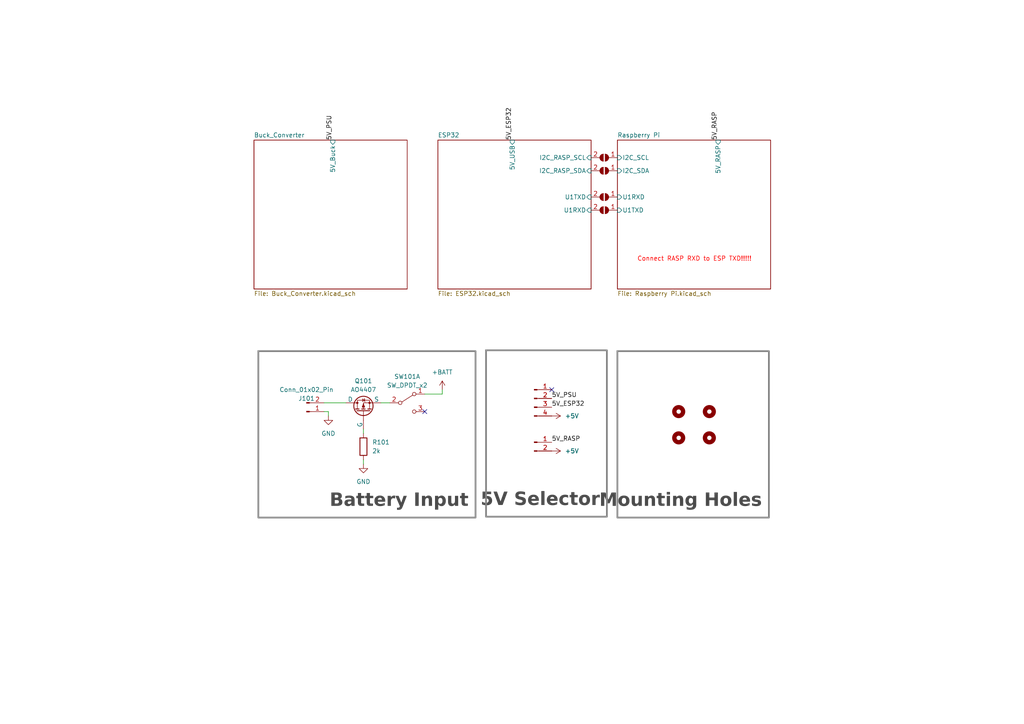
<source format=kicad_sch>
(kicad_sch (version 20231120) (generator "eeschema") (generator_version "8.0")
  (paper "A4")
  (lib_symbols
    (symbol "Connector:Conn_01x02_Pin" (pin_names (offset 1.016) hide)
      (property "Reference" "J" (at 0 2.54 0))
      (property "Value" "Conn_01x02_Pin" (at 0 -5.08 0))
      (symbol "Conn_01x02_Pin_1_1"
        (polyline (pts (xy 1.27 -2.54) (xy 0.8636 -2.54)) (stroke (width 0.1524)))
        (polyline (pts (xy 1.27 0) (xy 0.8636 0)) (stroke (width 0.1524)))
        (rectangle (start 0.8636 -2.413) (end 0 -2.667) (stroke (width 0.1524)) (fill (type outline)))
        (rectangle (start 0.8636 0.127) (end 0 -0.127) (stroke (width 0.1524)) (fill (type outline)))
        (pin passive line (at 5.08 0 180) (length 3.81) (name "Pin_1") (number "1"))
        (pin passive line (at 5.08 -2.54 180) (length 3.81) (name "Pin_2") (number "2"))
      )
    )
    (symbol "Connector:Conn_01x04_Pin" (pin_names (offset 1.016) hide)
      (property "Reference" "J" (at 0 5.08 0))
      (property "Value" "Conn_01x04_Pin" (at 0 -7.62 0))
      (symbol "Conn_01x04_Pin_1_1"
        (polyline (pts (xy 1.27 -5.08) (xy 0.8636 -5.08)) (stroke (width 0.1524)))
        (polyline (pts (xy 1.27 -2.54) (xy 0.8636 -2.54)) (stroke (width 0.1524)))
        (polyline (pts (xy 1.27 0) (xy 0.8636 0)) (stroke (width 0.1524)))
        (polyline (pts (xy 1.27 2.54) (xy 0.8636 2.54)) (stroke (width 0.1524)))
        (rectangle (start 0.8636 -4.953) (end 0 -5.207) (stroke (width 0.1524)) (fill (type outline)))
        (rectangle (start 0.8636 -2.413) (end 0 -2.667) (stroke (width 0.1524)) (fill (type outline)))
        (rectangle (start 0.8636 0.127) (end 0 -0.127) (stroke (width 0.1524)) (fill (type outline)))
        (rectangle (start 0.8636 2.667) (end 0 2.413) (stroke (width 0.1524)) (fill (type outline)))
        (pin passive line (at 5.08 2.54 180) (length 3.81) (name "Pin_1") (number "1"))
        (pin passive line (at 5.08 0 180) (length 3.81) (name "Pin_2") (number "2"))
        (pin passive line (at 5.08 -2.54 180) (length 3.81) (name "Pin_3") (number "3"))
        (pin passive line (at 5.08 -5.08 180) (length 3.81) (name "Pin_4") (number "4"))
      )
    )
    (symbol "Device:R" (pin_numbers hide) (pin_names (offset 0))
      (property "Reference" "R" (at 2.032 0 90))
      (property "Value" "R" (at 0 0 90))
      (symbol "R_0_1"
        (rectangle (start -1.016 -2.54) (end 1.016 2.54) (stroke (width 0.254)))
      )
      (symbol "R_1_1"
        (pin passive line (at 0 3.81 270) (length 1.27) (name "~") (number "1"))
        (pin passive line (at 0 -3.81 90) (length 1.27) (name "~") (number "2"))
      )
    )
    (symbol "Jumper:SolderJumper_2_Open" (pin_names (offset 0) hide)
      (property "Reference" "JP" (at 0 2.032 0))
      (property "Value" "SolderJumper_2_Open" (at 0 -2.54 0))
      (symbol "SolderJumper_2_Open_0_1"
        (arc (start -0.254 1.016) (mid -1.2656 0) (end -0.254 -1.016))
        (arc (start -0.254 1.016) (mid -1.2656 0) (end -0.254 -1.016) (fill (type outline)))
        (polyline (pts (xy -0.254 1.016) (xy -0.254 -1.016)))
        (polyline (pts (xy 0.254 1.016) (xy 0.254 -1.016)))
        (arc (start 0.254 -1.016) (mid 1.2656 0) (end 0.254 1.016))
        (arc (start 0.254 -1.016) (mid 1.2656 0) (end 0.254 1.016) (fill (type outline)))
      )
      (symbol "SolderJumper_2_Open_1_1"
        (pin passive line (at -3.81 0 0) (length 2.54) (name "A") (number "1"))
        (pin passive line (at 3.81 0 180) (length 2.54) (name "B") (number "2"))
      )
    )
    (symbol "Mechanical:MountingHole" (pin_names (offset 1.016))
      (property "Reference" "H" (at 0 5.08 0))
      (property "Value" "MountingHole" (at 0 3.175 0))
      (symbol "MountingHole_0_1"
        (circle (center 0 0) (radius 1.27) (stroke (width 1.27)))
      )
    )
    (symbol "Simulation_SPICE:PMOS" (pin_numbers hide) (pin_names (offset 0))
      (property "Reference" "Q" (at 5.08 1.27 0))
      (property "Value" "PMOS" (at 5.08 -1.27 0))
      (symbol "PMOS_0_1"
        (polyline (pts (xy 0.254 0) (xy -2.54 0)))
        (polyline (pts (xy 0.254 1.905) (xy 0.254 -1.905)) (stroke (width 0.254)))
        (polyline (pts (xy 0.762 -1.27) (xy 0.762 -2.286)) (stroke (width 0.254)))
        (polyline (pts (xy 0.762 0.508) (xy 0.762 -0.508)) (stroke (width 0.254)))
        (polyline (pts (xy 0.762 2.286) (xy 0.762 1.27)) (stroke (width 0.254)))
        (polyline (pts (xy 2.54 2.54) (xy 2.54 1.778)))
        (polyline (pts (xy 2.54 -2.54) (xy 2.54 0) (xy 0.762 0)))
        (polyline (pts (xy 0.762 1.778) (xy 3.302 1.778) (xy 3.302 -1.778) (xy 0.762 -1.778)))
        (polyline (pts (xy 2.286 0) (xy 1.27 0.381) (xy 1.27 -0.381) (xy 2.286 0)) (fill (type outline)))
        (polyline (pts (xy 2.794 -0.508) (xy 2.921 -0.381) (xy 3.683 -0.381) (xy 3.81 -0.254)))
        (polyline (pts (xy 3.302 -0.381) (xy 2.921 0.254) (xy 3.683 0.254) (xy 3.302 -0.381)))
        (circle (center 1.651 0) (radius 2.794) (stroke (width 0.254)))
        (circle (center 2.54 -1.778) (radius 0.254) (fill (type outline)))
        (circle (center 2.54 1.778) (radius 0.254) (fill (type outline)))
      )
      (symbol "PMOS_1_1"
        (pin passive line (at 2.54 5.08 270) (length 2.54) (name "D") (number "1"))
        (pin input line (at -5.08 0 0) (length 2.54) (name "G") (number "2"))
        (pin passive line (at 2.54 -5.08 90) (length 2.54) (name "S") (number "3"))
      )
    )
    (symbol "Switch:SW_DPDT_x2" (pin_names (offset 0) hide)
      (property "Reference" "SW" (at 0 4.318 0))
      (property "Value" "SW_DPDT_x2" (at 0 -5.08 0))
      (symbol "SW_DPDT_x2_0_0"
        (circle (center -2.032 0) (radius 0.508))
        (circle (center 2.032 -2.54) (radius 0.508))
      )
      (symbol "SW_DPDT_x2_0_1"
        (polyline (pts (xy -1.524 0.254) (xy 1.651 2.286)))
        (circle (center 2.032 2.54) (radius 0.508))
      )
      (symbol "SW_DPDT_x2_1_1"
        (pin passive line (at 5.08 2.54 180) (length 2.54) (name "A") (number "1"))
        (pin passive line (at -5.08 0 0) (length 2.54) (name "B") (number "2"))
        (pin passive line (at 5.08 -2.54 180) (length 2.54) (name "C") (number "3"))
      )
      (symbol "SW_DPDT_x2_2_1"
        (pin passive line (at 5.08 2.54 180) (length 2.54) (name "A") (number "4"))
        (pin passive line (at -5.08 0 0) (length 2.54) (name "B") (number "5"))
        (pin passive line (at 5.08 -2.54 180) (length 2.54) (name "C") (number "6"))
      )
    )
    (symbol "power:+5V" (power) (pin_names (offset 0))
      (property "Value" "+5V" (at 0 3.556 0))
      (symbol "+5V_0_1"
        (polyline (pts (xy -0.762 1.27) (xy 0 2.54)))
        (polyline (pts (xy 0 0) (xy 0 2.54)))
        (polyline (pts (xy 0 2.54) (xy 0.762 1.27)))
      )
      (symbol "+5V_1_1"
        (pin power_in line (at 0 0 90) (length 0) hide (name "+5V") (number "1"))
      )
    )
    (symbol "power:+BATT" (power) (pin_names (offset 0))
      (property "Value" "+BATT" (at 0 3.556 0))
      (symbol "+BATT_0_1"
        (polyline (pts (xy -0.762 1.27) (xy 0 2.54)))
        (polyline (pts (xy 0 0) (xy 0 2.54)))
        (polyline (pts (xy 0 2.54) (xy 0.762 1.27)))
      )
      (symbol "+BATT_1_1"
        (pin power_in line (at 0 0 90) (length 0) hide (name "+BATT") (number "1"))
      )
    )
    (symbol "power:GND" (power) (pin_names (offset 0))
      (property "Value" "GND" (at 0 -3.81 0))
      (symbol "GND_0_1"
        (polyline (pts (xy 0 0) (xy 0 -1.27) (xy 1.27 -1.27) (xy 0 -2.54) (xy -1.27 -1.27) (xy 0 -1.27)))
      )
      (symbol "GND_1_1"
        (pin power_in line (at 0 0 270) (length 0) hide (name "GND") (number "1"))
      )
    )
  )
  (no_connect (at 160.02 113.03))
  (no_connect (at 123.19 119.38))
  (wire (pts (xy 93.98 119.38) (xy 95.25 119.38)))
  (wire (pts (xy 128.27 114.3) (xy 123.19 114.3)))
  (wire (pts (xy 128.27 113.03) (xy 128.27 114.3)))
  (wire (pts (xy 105.41 133.35) (xy 105.41 134.62)))
  (wire (pts (xy 93.98 116.84) (xy 100.33 116.84)))
  (wire (pts (xy 105.41 124.46) (xy 105.41 125.73)))
  (wire (pts (xy 110.49 116.84) (xy 113.03 116.84)))
  (wire (pts (xy 95.25 119.38) (xy 95.25 120.65)))
  (rectangle (start 74.93 101.854) (end 137.922 150.114) (stroke (width 0.508) (color 132 132 132 1)))
  (rectangle (start 140.97 101.6) (end 176.022 149.86) (stroke (width 0.508) (color 132 132 132 1)))
  (rectangle (start 179.07 101.854) (end 223.012 150.114) (stroke (width 0.508) (color 132 132 132 1)))
  (text "5V Selector" (at 173.99 148.336 0) (effects (font (size 3.81 3.81) (thickness 0.254) (bold yes)) (justify right bottom)))
  (text "Battery Input" (at 135.89 148.59 0) (effects (font (size 3.81 3.81) (thickness 0.254) (bold yes)) (justify right bottom)))
  (text "Mounting Holes" (at 220.98 148.59 0) (effects (font (size 3.81 3.81) (thickness 0.254) (bold yes)) (justify right bottom)))
  (text "Connect RASP RXD to ESP TXD!!!!!" (at 201.422 75.184 0) (effects (font (size 1.27 1.27))))
  (label "5V_PSU" (at 96.52 40.64 90))
  (label "5V_RASP" (at 208.28 40.64 90))
  (label "5V_ESP32" (at 148.59 40.64 90))
  (label "5V_ESP32" (at 160.02 118.11 0))
  (label "5V_RASP" (at 160.02 128.27 0))
  (label "5V_PSU" (at 160.02 115.57 0))
  (symbol (lib_id "Connector:Conn_01x02_Pin") (at 154.94 128.27 0) (unit 1)
    (property "Reference" "J103" (effects (hide yes)))
    (property "Value" "Conn_01x02_Pin" (effects (hide yes)))
    (property "Footprint" "Connector_PinHeader_2.54mm:PinHeader_1x02_P2.54mm_Vertical" (effects (hide yes)))
    (property "Description" "Generic connector, single row, 01x02, script generated" (effects (hide yes)))
  )
  (symbol (lib_id "power:GND") (at 95.25 120.65 0) (unit 1)
    (property "Reference" "#PWR0101" (effects (hide yes)))
    (property "Value" "GND" (at 95.25 125.73 0))
  )
  (symbol (lib_id "Connector:Conn_01x04_Pin") (at 154.94 115.57 0) (unit 1)
    (property "Reference" "J102" (effects (hide yes)))
    (property "Value" "Conn_01x04_Pin" (effects (hide yes)))
    (property "Footprint" "Connector_PinHeader_2.54mm:PinHeader_2x02_P2.54mm_Vertical" (effects (hide yes)))
    (property "Description" "Generic connector, single row, 01x04, script generated" (effects (hide yes)))
  )
  (symbol (lib_id "power:+BATT") (at 128.27 113.03 0) (unit 1)
    (property "Reference" "#PWR0103" (effects (hide yes)))
    (property "Value" "+BATT" (at 128.27 107.95 0))
  )
  (symbol (lib_id "Device:R") (at 105.41 129.54 0) (unit 1)
    (property "Reference" "R101" (at 107.95 128.2699 0) (effects (justify left)))
    (property "Value" "2k" (at 107.95 130.8099 0) (effects (justify left)))
    (property "Footprint" "Resistor_SMD:R_0805_2012Metric" (effects (hide yes)))
    (property "LCSC" "C17604" (effects (hide yes)))
  )
  (symbol (lib_id "Simulation_SPICE:PMOS") (at 105.41 119.38 90) (unit 1)
    (property "Reference" "Q101" (at 105.41 110.49 90))
    (property "Value" "AO4407" (at 105.41 113.03 90))
    (property "Footprint" "Package_SO:SO-8_5.3x6.2mm_P1.27mm" (effects (hide yes)))
    (property "Datasheet" "https://ngspice.sourceforge.io/docs/ngspice-manual.pdf" (effects (hide yes)))
    (property "Sim.Device" "PMOS" (effects (hide yes)))
    (property "Sim.Type" "VDMOS" (effects (hide yes)))
    (property "Sim.Pins" "1=D 2=G 3=S" (effects (hide yes)))
    (property "LCSC" "C469397" (effects (hide yes)))
  )
  (symbol (lib_id "Mechanical:MountingHole") (at 196.85 127 0) (unit 1)
    (property "Reference" "H102" (effects (hide yes)))
    (property "Value" "MountingHole" (effects (hide yes)))
    (property "Footprint" "Custom:M2.5M3" (effects (hide yes)))
    (property "Description" "Mounting Hole without connection" (effects (hide yes)))
  )
  (symbol (lib_id "Connector:Conn_01x02_Pin") (at 88.9 119.38 0) (mirror x) (unit 1)
    (property "Reference" "J101" (at 88.9 115.57 0))
    (property "Value" "Conn_01x02_Pin" (at 88.9 113.03 0))
    (property "Footprint" "Connector_AMASS:AMASS_XT30UPB-M_1x02_P5.0mm_Vertical" (effects (hide yes)))
  )
  (symbol (lib_id "Jumper:SolderJumper_2_Open") (at 175.26 60.96 180) (unit 1)
    (property "Reference" "JP104" (effects (hide yes)))
    (property "Value" "SolderJumper_2_Open" (effects (hide yes)))
    (property "Footprint" "Jumper:SolderJumper-2_P1.3mm_Bridged_RoundedPad1.0x1.5mm" (effects (hide yes)))
  )
  (symbol (lib_id "power:+5V") (at 160.02 120.65 270) (unit 1)
    (property "Reference" "#PWR0104" (effects (hide yes)))
    (property "Value" "+5V" (at 163.83 120.6499 90) (effects (justify left)))
  )
  (symbol (lib_id "Mechanical:MountingHole") (at 205.74 127 0) (unit 1)
    (property "Reference" "H104" (effects (hide yes)))
    (property "Value" "MountingHole" (effects (hide yes)))
    (property "Footprint" "Custom:M2.5M3" (effects (hide yes)))
    (property "Description" "Mounting Hole without connection" (effects (hide yes)))
  )
  (symbol (lib_id "Jumper:SolderJumper_2_Open") (at 175.26 57.15 180) (unit 1)
    (property "Reference" "JP103" (effects (hide yes)))
    (property "Value" "SolderJumper_2_Open" (effects (hide yes)))
    (property "Footprint" "Jumper:SolderJumper-2_P1.3mm_Bridged_RoundedPad1.0x1.5mm" (effects (hide yes)))
  )
  (symbol (lib_id "Jumper:SolderJumper_2_Open") (at 175.26 49.53 180) (unit 1)
    (property "Reference" "JP102" (effects (hide yes)))
    (property "Value" "SolderJumper_2_Open" (effects (hide yes)))
    (property "Footprint" "Jumper:SolderJumper-2_P1.3mm_Open_TrianglePad1.0x1.5mm" (effects (hide yes)))
  )
  (symbol (lib_id "Mechanical:MountingHole") (at 205.74 119.38 0) (unit 1)
    (property "Reference" "H103" (effects (hide yes)))
    (property "Value" "MountingHole" (effects (hide yes)))
    (property "Footprint" "Custom:M2.5M3" (effects (hide yes)))
    (property "Description" "Mounting Hole without connection" (effects (hide yes)))
  )
  (symbol (lib_id "power:+5V") (at 160.02 130.81 270) (unit 1)
    (property "Reference" "#PWR0105" (effects (hide yes)))
    (property "Value" "+5V" (at 163.83 130.8099 90) (effects (justify left)))
  )
  (symbol (lib_id "Jumper:SolderJumper_2_Open") (at 175.26 45.72 180) (unit 1)
    (property "Reference" "JP101" (effects (hide yes)))
    (property "Value" "SolderJumper_2_Open" (effects (hide yes)))
    (property "Footprint" "Jumper:SolderJumper-2_P1.3mm_Open_TrianglePad1.0x1.5mm" (effects (hide yes)))
  )
  (symbol (lib_id "power:GND") (at 105.41 134.62 0) (unit 1)
    (property "Reference" "#PWR0102" (effects (hide yes)))
    (property "Value" "GND" (at 105.41 139.7 0))
  )
  (symbol (lib_id "Mechanical:MountingHole") (at 196.85 119.38 0) (unit 1)
    (property "Reference" "H101" (effects (hide yes)))
    (property "Value" "MountingHole" (effects (hide yes)))
    (property "Footprint" "Custom:M2.5M3" (effects (hide yes)))
    (property "Description" "Mounting Hole without connection" (effects (hide yes)))
  )
  (symbol (lib_id "Switch:SW_DPDT_x2") (at 118.11 116.84 0) (unit 1)
    (property "Reference" "SW101" (at 118.11 109.22 0))
    (property "Value" "SW_DPDT_x2" (at 118.11 111.76 0))
    (property "Footprint" "Custom:5Amp_Switch" (effects (hide yes)))
    (property "LCSC" "C2884744" (effects (hide yes)))
  )
  (sheet (at 127 40.64) (size 44.45 43.18) (stroke (width 0.1524))
    (property "Sheetname" "ESP32" (at 127 39.9284 0) (effects (justify left bottom)))
    (property "Sheetfile" "ESP32.kicad_sch" (at 127 84.4046 0) (effects (justify left top)))
    (pin "5V_USB" input (at 148.59 40.64 90))
    (pin "U1RXD" input (at 171.45 60.96 0))
    (pin "U1TXD" input (at 171.45 57.15 0))
    (pin "I2C_RASP_SDA" input (at 171.45 49.53 0))
    (pin "I2C_RASP_SCL" input (at 171.45 45.72 0))
  )
  (sheet (at 179.07 40.64) (size 44.45 43.18) (stroke (width 0.1524))
    (property "Sheetname" "Raspberry Pi" (at 179.07 39.9284 0) (effects (justify left bottom)))
    (property "Sheetfile" "Raspberry Pi.kicad_sch" (at 179.07 84.4046 0) (effects (justify left top)))
    (pin "U1RXD" input (at 179.07 57.15 180))
    (pin "U1TXD" input (at 179.07 60.96 180))
    (pin "5V_RASP" input (at 208.28 40.64 90))
    (pin "I2C_SCL" input (at 179.07 45.72 180))
    (pin "I2C_SDA" input (at 179.07 49.53 180))
  )
  (sheet (at 73.66 40.64) (size 44.45 43.18) (stroke (width 0.1524))
    (property "Sheetname" "Buck_Converter" (at 73.66 39.9284 0) (effects (justify left bottom)))
    (property "Sheetfile" "Buck_Converter.kicad_sch" (at 73.66 84.4046 0) (effects (justify left top)))
    (pin "5V_Buck" input (at 96.52 40.64 90))
  )
)
</source>
